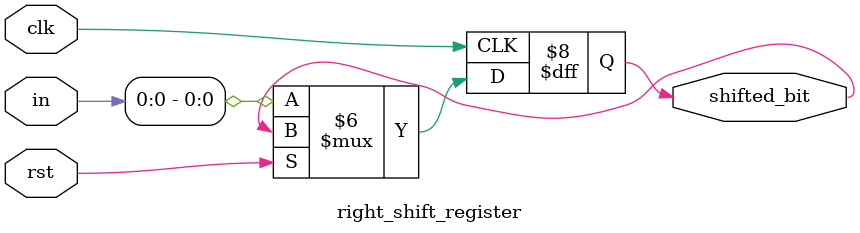
<source format=v>


module right_shift_register #(parameter WL = 4)
                            (input clk,rst,
                            input [WL - 1:0] in,
                            output reg shifted_bit);
    reg [WL - 1:0] tmp;

    always @(posedge clk) begin
        if (rst) tmp <= 0;  //load data into shifted_reg
        
        else begin
            tmp <= {tmp,in[WL-1:1]};
            shifted_bit <= in[0];  
        end
    end
endmodule

</source>
